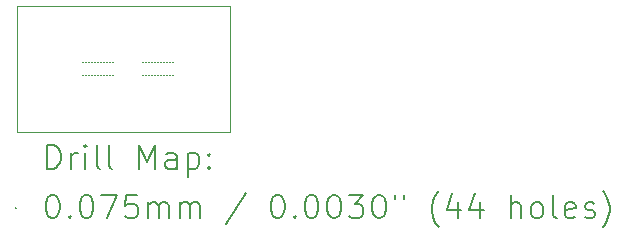
<source format=gbr>
%TF.GenerationSoftware,KiCad,Pcbnew,8.0.5*%
%TF.CreationDate,2025-06-10T09:57:11+02:00*%
%TF.ProjectId,SMA-Filter,534d412d-4669-46c7-9465-722e6b696361,rev?*%
%TF.SameCoordinates,Original*%
%TF.FileFunction,Drillmap*%
%TF.FilePolarity,Positive*%
%FSLAX45Y45*%
G04 Gerber Fmt 4.5, Leading zero omitted, Abs format (unit mm)*
G04 Created by KiCad (PCBNEW 8.0.5) date 2025-06-10 09:57:11*
%MOMM*%
%LPD*%
G01*
G04 APERTURE LIST*
%ADD10C,0.050000*%
%ADD11C,0.200000*%
%ADD12C,0.100000*%
G04 APERTURE END LIST*
D10*
X9677400Y-7493000D02*
X9677400Y-8559800D01*
X9677400Y-7493000D02*
X11480800Y-7493000D01*
X11480800Y-7493000D02*
X11480800Y-8559800D01*
X9677400Y-8559800D02*
X11480800Y-8559800D01*
D11*
D12*
X10231905Y-7967650D02*
X10239405Y-7975150D01*
X10239405Y-7967650D02*
X10231905Y-7975150D01*
X10231905Y-8077650D02*
X10239405Y-8085150D01*
X10239405Y-8077650D02*
X10231905Y-8085150D01*
X10257259Y-7967650D02*
X10264759Y-7975150D01*
X10264759Y-7967650D02*
X10257259Y-7975150D01*
X10257259Y-8077650D02*
X10264759Y-8085150D01*
X10264759Y-8077650D02*
X10257259Y-8085150D01*
X10282614Y-7967650D02*
X10290114Y-7975150D01*
X10290114Y-7967650D02*
X10282614Y-7975150D01*
X10282614Y-8077650D02*
X10290114Y-8085150D01*
X10290114Y-8077650D02*
X10282614Y-8085150D01*
X10307968Y-7967650D02*
X10315468Y-7975150D01*
X10315468Y-7967650D02*
X10307968Y-7975150D01*
X10307968Y-8077650D02*
X10315468Y-8085150D01*
X10315468Y-8077650D02*
X10307968Y-8085150D01*
X10333323Y-7967650D02*
X10340823Y-7975150D01*
X10340823Y-7967650D02*
X10333323Y-7975150D01*
X10333323Y-8077650D02*
X10340823Y-8085150D01*
X10340823Y-8077650D02*
X10333323Y-8085150D01*
X10358677Y-7967650D02*
X10366177Y-7975150D01*
X10366177Y-7967650D02*
X10358677Y-7975150D01*
X10358677Y-8077650D02*
X10366177Y-8085150D01*
X10366177Y-8077650D02*
X10358677Y-8085150D01*
X10384032Y-7967650D02*
X10391532Y-7975150D01*
X10391532Y-7967650D02*
X10384032Y-7975150D01*
X10384032Y-8077650D02*
X10391532Y-8085150D01*
X10391532Y-8077650D02*
X10384032Y-8085150D01*
X10409386Y-7967650D02*
X10416886Y-7975150D01*
X10416886Y-7967650D02*
X10409386Y-7975150D01*
X10409386Y-8077650D02*
X10416886Y-8085150D01*
X10416886Y-8077650D02*
X10409386Y-8085150D01*
X10434741Y-7967650D02*
X10442241Y-7975150D01*
X10442241Y-7967650D02*
X10434741Y-7975150D01*
X10434741Y-8077650D02*
X10442241Y-8085150D01*
X10442241Y-8077650D02*
X10434741Y-8085150D01*
X10460095Y-7967650D02*
X10467595Y-7975150D01*
X10467595Y-7967650D02*
X10460095Y-7975150D01*
X10460095Y-8077650D02*
X10467595Y-8085150D01*
X10467595Y-8077650D02*
X10460095Y-8085150D01*
X10485450Y-7967650D02*
X10492950Y-7975150D01*
X10492950Y-7967650D02*
X10485450Y-7975150D01*
X10485450Y-8077650D02*
X10492950Y-8085150D01*
X10492950Y-8077650D02*
X10485450Y-8085150D01*
X10740450Y-7967650D02*
X10747950Y-7975150D01*
X10747950Y-7967650D02*
X10740450Y-7975150D01*
X10740450Y-8077650D02*
X10747950Y-8085150D01*
X10747950Y-8077650D02*
X10740450Y-8085150D01*
X10765755Y-7967650D02*
X10773255Y-7975150D01*
X10773255Y-7967650D02*
X10765755Y-7975150D01*
X10765755Y-8077650D02*
X10773255Y-8085150D01*
X10773255Y-8077650D02*
X10765755Y-8085150D01*
X10791060Y-7967650D02*
X10798560Y-7975150D01*
X10798560Y-7967650D02*
X10791060Y-7975150D01*
X10791060Y-8077650D02*
X10798560Y-8085150D01*
X10798560Y-8077650D02*
X10791060Y-8085150D01*
X10816365Y-7967650D02*
X10823865Y-7975150D01*
X10823865Y-7967650D02*
X10816365Y-7975150D01*
X10816365Y-8077650D02*
X10823865Y-8085150D01*
X10823865Y-8077650D02*
X10816365Y-8085150D01*
X10841670Y-7967650D02*
X10849170Y-7975150D01*
X10849170Y-7967650D02*
X10841670Y-7975150D01*
X10841670Y-8077650D02*
X10849170Y-8085150D01*
X10849170Y-8077650D02*
X10841670Y-8085150D01*
X10866975Y-7967650D02*
X10874475Y-7975150D01*
X10874475Y-7967650D02*
X10866975Y-7975150D01*
X10866975Y-8077650D02*
X10874475Y-8085150D01*
X10874475Y-8077650D02*
X10866975Y-8085150D01*
X10892280Y-7967650D02*
X10899780Y-7975150D01*
X10899780Y-7967650D02*
X10892280Y-7975150D01*
X10892280Y-8077650D02*
X10899780Y-8085150D01*
X10899780Y-8077650D02*
X10892280Y-8085150D01*
X10917585Y-7967650D02*
X10925085Y-7975150D01*
X10925085Y-7967650D02*
X10917585Y-7975150D01*
X10917585Y-8077650D02*
X10925085Y-8085150D01*
X10925085Y-8077650D02*
X10917585Y-8085150D01*
X10942890Y-7967650D02*
X10950390Y-7975150D01*
X10950390Y-7967650D02*
X10942890Y-7975150D01*
X10942890Y-8077650D02*
X10950390Y-8085150D01*
X10950390Y-8077650D02*
X10942890Y-8085150D01*
X10968195Y-7967650D02*
X10975695Y-7975150D01*
X10975695Y-7967650D02*
X10968195Y-7975150D01*
X10968195Y-8077650D02*
X10975695Y-8085150D01*
X10975695Y-8077650D02*
X10968195Y-8085150D01*
X10993500Y-7967650D02*
X11001000Y-7975150D01*
X11001000Y-7967650D02*
X10993500Y-7975150D01*
X10993500Y-8077650D02*
X11001000Y-8085150D01*
X11001000Y-8077650D02*
X10993500Y-8085150D01*
D11*
X9935677Y-8873784D02*
X9935677Y-8673784D01*
X9935677Y-8673784D02*
X9983296Y-8673784D01*
X9983296Y-8673784D02*
X10011867Y-8683308D01*
X10011867Y-8683308D02*
X10030915Y-8702355D01*
X10030915Y-8702355D02*
X10040439Y-8721403D01*
X10040439Y-8721403D02*
X10049963Y-8759498D01*
X10049963Y-8759498D02*
X10049963Y-8788070D01*
X10049963Y-8788070D02*
X10040439Y-8826165D01*
X10040439Y-8826165D02*
X10030915Y-8845212D01*
X10030915Y-8845212D02*
X10011867Y-8864260D01*
X10011867Y-8864260D02*
X9983296Y-8873784D01*
X9983296Y-8873784D02*
X9935677Y-8873784D01*
X10135677Y-8873784D02*
X10135677Y-8740450D01*
X10135677Y-8778546D02*
X10145201Y-8759498D01*
X10145201Y-8759498D02*
X10154724Y-8749974D01*
X10154724Y-8749974D02*
X10173772Y-8740450D01*
X10173772Y-8740450D02*
X10192820Y-8740450D01*
X10259486Y-8873784D02*
X10259486Y-8740450D01*
X10259486Y-8673784D02*
X10249963Y-8683308D01*
X10249963Y-8683308D02*
X10259486Y-8692831D01*
X10259486Y-8692831D02*
X10269010Y-8683308D01*
X10269010Y-8683308D02*
X10259486Y-8673784D01*
X10259486Y-8673784D02*
X10259486Y-8692831D01*
X10383296Y-8873784D02*
X10364248Y-8864260D01*
X10364248Y-8864260D02*
X10354724Y-8845212D01*
X10354724Y-8845212D02*
X10354724Y-8673784D01*
X10488058Y-8873784D02*
X10469010Y-8864260D01*
X10469010Y-8864260D02*
X10459486Y-8845212D01*
X10459486Y-8845212D02*
X10459486Y-8673784D01*
X10716629Y-8873784D02*
X10716629Y-8673784D01*
X10716629Y-8673784D02*
X10783296Y-8816641D01*
X10783296Y-8816641D02*
X10849963Y-8673784D01*
X10849963Y-8673784D02*
X10849963Y-8873784D01*
X11030915Y-8873784D02*
X11030915Y-8769022D01*
X11030915Y-8769022D02*
X11021391Y-8749974D01*
X11021391Y-8749974D02*
X11002344Y-8740450D01*
X11002344Y-8740450D02*
X10964248Y-8740450D01*
X10964248Y-8740450D02*
X10945201Y-8749974D01*
X11030915Y-8864260D02*
X11011867Y-8873784D01*
X11011867Y-8873784D02*
X10964248Y-8873784D01*
X10964248Y-8873784D02*
X10945201Y-8864260D01*
X10945201Y-8864260D02*
X10935677Y-8845212D01*
X10935677Y-8845212D02*
X10935677Y-8826165D01*
X10935677Y-8826165D02*
X10945201Y-8807117D01*
X10945201Y-8807117D02*
X10964248Y-8797593D01*
X10964248Y-8797593D02*
X11011867Y-8797593D01*
X11011867Y-8797593D02*
X11030915Y-8788070D01*
X11126153Y-8740450D02*
X11126153Y-8940450D01*
X11126153Y-8749974D02*
X11145201Y-8740450D01*
X11145201Y-8740450D02*
X11183296Y-8740450D01*
X11183296Y-8740450D02*
X11202343Y-8749974D01*
X11202343Y-8749974D02*
X11211867Y-8759498D01*
X11211867Y-8759498D02*
X11221391Y-8778546D01*
X11221391Y-8778546D02*
X11221391Y-8835689D01*
X11221391Y-8835689D02*
X11211867Y-8854736D01*
X11211867Y-8854736D02*
X11202343Y-8864260D01*
X11202343Y-8864260D02*
X11183296Y-8873784D01*
X11183296Y-8873784D02*
X11145201Y-8873784D01*
X11145201Y-8873784D02*
X11126153Y-8864260D01*
X11307105Y-8854736D02*
X11316629Y-8864260D01*
X11316629Y-8864260D02*
X11307105Y-8873784D01*
X11307105Y-8873784D02*
X11297582Y-8864260D01*
X11297582Y-8864260D02*
X11307105Y-8854736D01*
X11307105Y-8854736D02*
X11307105Y-8873784D01*
X11307105Y-8749974D02*
X11316629Y-8759498D01*
X11316629Y-8759498D02*
X11307105Y-8769022D01*
X11307105Y-8769022D02*
X11297582Y-8759498D01*
X11297582Y-8759498D02*
X11307105Y-8749974D01*
X11307105Y-8749974D02*
X11307105Y-8769022D01*
D12*
X9667400Y-9198550D02*
X9674900Y-9206050D01*
X9674900Y-9198550D02*
X9667400Y-9206050D01*
D11*
X9973772Y-9093784D02*
X9992820Y-9093784D01*
X9992820Y-9093784D02*
X10011867Y-9103308D01*
X10011867Y-9103308D02*
X10021391Y-9112831D01*
X10021391Y-9112831D02*
X10030915Y-9131879D01*
X10030915Y-9131879D02*
X10040439Y-9169974D01*
X10040439Y-9169974D02*
X10040439Y-9217593D01*
X10040439Y-9217593D02*
X10030915Y-9255689D01*
X10030915Y-9255689D02*
X10021391Y-9274736D01*
X10021391Y-9274736D02*
X10011867Y-9284260D01*
X10011867Y-9284260D02*
X9992820Y-9293784D01*
X9992820Y-9293784D02*
X9973772Y-9293784D01*
X9973772Y-9293784D02*
X9954724Y-9284260D01*
X9954724Y-9284260D02*
X9945201Y-9274736D01*
X9945201Y-9274736D02*
X9935677Y-9255689D01*
X9935677Y-9255689D02*
X9926153Y-9217593D01*
X9926153Y-9217593D02*
X9926153Y-9169974D01*
X9926153Y-9169974D02*
X9935677Y-9131879D01*
X9935677Y-9131879D02*
X9945201Y-9112831D01*
X9945201Y-9112831D02*
X9954724Y-9103308D01*
X9954724Y-9103308D02*
X9973772Y-9093784D01*
X10126153Y-9274736D02*
X10135677Y-9284260D01*
X10135677Y-9284260D02*
X10126153Y-9293784D01*
X10126153Y-9293784D02*
X10116629Y-9284260D01*
X10116629Y-9284260D02*
X10126153Y-9274736D01*
X10126153Y-9274736D02*
X10126153Y-9293784D01*
X10259486Y-9093784D02*
X10278534Y-9093784D01*
X10278534Y-9093784D02*
X10297582Y-9103308D01*
X10297582Y-9103308D02*
X10307105Y-9112831D01*
X10307105Y-9112831D02*
X10316629Y-9131879D01*
X10316629Y-9131879D02*
X10326153Y-9169974D01*
X10326153Y-9169974D02*
X10326153Y-9217593D01*
X10326153Y-9217593D02*
X10316629Y-9255689D01*
X10316629Y-9255689D02*
X10307105Y-9274736D01*
X10307105Y-9274736D02*
X10297582Y-9284260D01*
X10297582Y-9284260D02*
X10278534Y-9293784D01*
X10278534Y-9293784D02*
X10259486Y-9293784D01*
X10259486Y-9293784D02*
X10240439Y-9284260D01*
X10240439Y-9284260D02*
X10230915Y-9274736D01*
X10230915Y-9274736D02*
X10221391Y-9255689D01*
X10221391Y-9255689D02*
X10211867Y-9217593D01*
X10211867Y-9217593D02*
X10211867Y-9169974D01*
X10211867Y-9169974D02*
X10221391Y-9131879D01*
X10221391Y-9131879D02*
X10230915Y-9112831D01*
X10230915Y-9112831D02*
X10240439Y-9103308D01*
X10240439Y-9103308D02*
X10259486Y-9093784D01*
X10392820Y-9093784D02*
X10526153Y-9093784D01*
X10526153Y-9093784D02*
X10440439Y-9293784D01*
X10697582Y-9093784D02*
X10602344Y-9093784D01*
X10602344Y-9093784D02*
X10592820Y-9189022D01*
X10592820Y-9189022D02*
X10602344Y-9179498D01*
X10602344Y-9179498D02*
X10621391Y-9169974D01*
X10621391Y-9169974D02*
X10669010Y-9169974D01*
X10669010Y-9169974D02*
X10688058Y-9179498D01*
X10688058Y-9179498D02*
X10697582Y-9189022D01*
X10697582Y-9189022D02*
X10707105Y-9208070D01*
X10707105Y-9208070D02*
X10707105Y-9255689D01*
X10707105Y-9255689D02*
X10697582Y-9274736D01*
X10697582Y-9274736D02*
X10688058Y-9284260D01*
X10688058Y-9284260D02*
X10669010Y-9293784D01*
X10669010Y-9293784D02*
X10621391Y-9293784D01*
X10621391Y-9293784D02*
X10602344Y-9284260D01*
X10602344Y-9284260D02*
X10592820Y-9274736D01*
X10792820Y-9293784D02*
X10792820Y-9160450D01*
X10792820Y-9179498D02*
X10802344Y-9169974D01*
X10802344Y-9169974D02*
X10821391Y-9160450D01*
X10821391Y-9160450D02*
X10849963Y-9160450D01*
X10849963Y-9160450D02*
X10869010Y-9169974D01*
X10869010Y-9169974D02*
X10878534Y-9189022D01*
X10878534Y-9189022D02*
X10878534Y-9293784D01*
X10878534Y-9189022D02*
X10888058Y-9169974D01*
X10888058Y-9169974D02*
X10907105Y-9160450D01*
X10907105Y-9160450D02*
X10935677Y-9160450D01*
X10935677Y-9160450D02*
X10954725Y-9169974D01*
X10954725Y-9169974D02*
X10964248Y-9189022D01*
X10964248Y-9189022D02*
X10964248Y-9293784D01*
X11059486Y-9293784D02*
X11059486Y-9160450D01*
X11059486Y-9179498D02*
X11069010Y-9169974D01*
X11069010Y-9169974D02*
X11088058Y-9160450D01*
X11088058Y-9160450D02*
X11116629Y-9160450D01*
X11116629Y-9160450D02*
X11135677Y-9169974D01*
X11135677Y-9169974D02*
X11145201Y-9189022D01*
X11145201Y-9189022D02*
X11145201Y-9293784D01*
X11145201Y-9189022D02*
X11154725Y-9169974D01*
X11154725Y-9169974D02*
X11173772Y-9160450D01*
X11173772Y-9160450D02*
X11202343Y-9160450D01*
X11202343Y-9160450D02*
X11221391Y-9169974D01*
X11221391Y-9169974D02*
X11230915Y-9189022D01*
X11230915Y-9189022D02*
X11230915Y-9293784D01*
X11621391Y-9084260D02*
X11449963Y-9341403D01*
X11878534Y-9093784D02*
X11897582Y-9093784D01*
X11897582Y-9093784D02*
X11916629Y-9103308D01*
X11916629Y-9103308D02*
X11926153Y-9112831D01*
X11926153Y-9112831D02*
X11935677Y-9131879D01*
X11935677Y-9131879D02*
X11945201Y-9169974D01*
X11945201Y-9169974D02*
X11945201Y-9217593D01*
X11945201Y-9217593D02*
X11935677Y-9255689D01*
X11935677Y-9255689D02*
X11926153Y-9274736D01*
X11926153Y-9274736D02*
X11916629Y-9284260D01*
X11916629Y-9284260D02*
X11897582Y-9293784D01*
X11897582Y-9293784D02*
X11878534Y-9293784D01*
X11878534Y-9293784D02*
X11859486Y-9284260D01*
X11859486Y-9284260D02*
X11849963Y-9274736D01*
X11849963Y-9274736D02*
X11840439Y-9255689D01*
X11840439Y-9255689D02*
X11830915Y-9217593D01*
X11830915Y-9217593D02*
X11830915Y-9169974D01*
X11830915Y-9169974D02*
X11840439Y-9131879D01*
X11840439Y-9131879D02*
X11849963Y-9112831D01*
X11849963Y-9112831D02*
X11859486Y-9103308D01*
X11859486Y-9103308D02*
X11878534Y-9093784D01*
X12030915Y-9274736D02*
X12040439Y-9284260D01*
X12040439Y-9284260D02*
X12030915Y-9293784D01*
X12030915Y-9293784D02*
X12021391Y-9284260D01*
X12021391Y-9284260D02*
X12030915Y-9274736D01*
X12030915Y-9274736D02*
X12030915Y-9293784D01*
X12164248Y-9093784D02*
X12183296Y-9093784D01*
X12183296Y-9093784D02*
X12202344Y-9103308D01*
X12202344Y-9103308D02*
X12211867Y-9112831D01*
X12211867Y-9112831D02*
X12221391Y-9131879D01*
X12221391Y-9131879D02*
X12230915Y-9169974D01*
X12230915Y-9169974D02*
X12230915Y-9217593D01*
X12230915Y-9217593D02*
X12221391Y-9255689D01*
X12221391Y-9255689D02*
X12211867Y-9274736D01*
X12211867Y-9274736D02*
X12202344Y-9284260D01*
X12202344Y-9284260D02*
X12183296Y-9293784D01*
X12183296Y-9293784D02*
X12164248Y-9293784D01*
X12164248Y-9293784D02*
X12145201Y-9284260D01*
X12145201Y-9284260D02*
X12135677Y-9274736D01*
X12135677Y-9274736D02*
X12126153Y-9255689D01*
X12126153Y-9255689D02*
X12116629Y-9217593D01*
X12116629Y-9217593D02*
X12116629Y-9169974D01*
X12116629Y-9169974D02*
X12126153Y-9131879D01*
X12126153Y-9131879D02*
X12135677Y-9112831D01*
X12135677Y-9112831D02*
X12145201Y-9103308D01*
X12145201Y-9103308D02*
X12164248Y-9093784D01*
X12354725Y-9093784D02*
X12373772Y-9093784D01*
X12373772Y-9093784D02*
X12392820Y-9103308D01*
X12392820Y-9103308D02*
X12402344Y-9112831D01*
X12402344Y-9112831D02*
X12411867Y-9131879D01*
X12411867Y-9131879D02*
X12421391Y-9169974D01*
X12421391Y-9169974D02*
X12421391Y-9217593D01*
X12421391Y-9217593D02*
X12411867Y-9255689D01*
X12411867Y-9255689D02*
X12402344Y-9274736D01*
X12402344Y-9274736D02*
X12392820Y-9284260D01*
X12392820Y-9284260D02*
X12373772Y-9293784D01*
X12373772Y-9293784D02*
X12354725Y-9293784D01*
X12354725Y-9293784D02*
X12335677Y-9284260D01*
X12335677Y-9284260D02*
X12326153Y-9274736D01*
X12326153Y-9274736D02*
X12316629Y-9255689D01*
X12316629Y-9255689D02*
X12307106Y-9217593D01*
X12307106Y-9217593D02*
X12307106Y-9169974D01*
X12307106Y-9169974D02*
X12316629Y-9131879D01*
X12316629Y-9131879D02*
X12326153Y-9112831D01*
X12326153Y-9112831D02*
X12335677Y-9103308D01*
X12335677Y-9103308D02*
X12354725Y-9093784D01*
X12488058Y-9093784D02*
X12611867Y-9093784D01*
X12611867Y-9093784D02*
X12545201Y-9169974D01*
X12545201Y-9169974D02*
X12573772Y-9169974D01*
X12573772Y-9169974D02*
X12592820Y-9179498D01*
X12592820Y-9179498D02*
X12602344Y-9189022D01*
X12602344Y-9189022D02*
X12611867Y-9208070D01*
X12611867Y-9208070D02*
X12611867Y-9255689D01*
X12611867Y-9255689D02*
X12602344Y-9274736D01*
X12602344Y-9274736D02*
X12592820Y-9284260D01*
X12592820Y-9284260D02*
X12573772Y-9293784D01*
X12573772Y-9293784D02*
X12516629Y-9293784D01*
X12516629Y-9293784D02*
X12497582Y-9284260D01*
X12497582Y-9284260D02*
X12488058Y-9274736D01*
X12735677Y-9093784D02*
X12754725Y-9093784D01*
X12754725Y-9093784D02*
X12773772Y-9103308D01*
X12773772Y-9103308D02*
X12783296Y-9112831D01*
X12783296Y-9112831D02*
X12792820Y-9131879D01*
X12792820Y-9131879D02*
X12802344Y-9169974D01*
X12802344Y-9169974D02*
X12802344Y-9217593D01*
X12802344Y-9217593D02*
X12792820Y-9255689D01*
X12792820Y-9255689D02*
X12783296Y-9274736D01*
X12783296Y-9274736D02*
X12773772Y-9284260D01*
X12773772Y-9284260D02*
X12754725Y-9293784D01*
X12754725Y-9293784D02*
X12735677Y-9293784D01*
X12735677Y-9293784D02*
X12716629Y-9284260D01*
X12716629Y-9284260D02*
X12707106Y-9274736D01*
X12707106Y-9274736D02*
X12697582Y-9255689D01*
X12697582Y-9255689D02*
X12688058Y-9217593D01*
X12688058Y-9217593D02*
X12688058Y-9169974D01*
X12688058Y-9169974D02*
X12697582Y-9131879D01*
X12697582Y-9131879D02*
X12707106Y-9112831D01*
X12707106Y-9112831D02*
X12716629Y-9103308D01*
X12716629Y-9103308D02*
X12735677Y-9093784D01*
X12878534Y-9093784D02*
X12878534Y-9131879D01*
X12954725Y-9093784D02*
X12954725Y-9131879D01*
X13249963Y-9369974D02*
X13240439Y-9360450D01*
X13240439Y-9360450D02*
X13221391Y-9331879D01*
X13221391Y-9331879D02*
X13211868Y-9312831D01*
X13211868Y-9312831D02*
X13202344Y-9284260D01*
X13202344Y-9284260D02*
X13192820Y-9236641D01*
X13192820Y-9236641D02*
X13192820Y-9198546D01*
X13192820Y-9198546D02*
X13202344Y-9150927D01*
X13202344Y-9150927D02*
X13211868Y-9122355D01*
X13211868Y-9122355D02*
X13221391Y-9103308D01*
X13221391Y-9103308D02*
X13240439Y-9074736D01*
X13240439Y-9074736D02*
X13249963Y-9065212D01*
X13411868Y-9160450D02*
X13411868Y-9293784D01*
X13364248Y-9084260D02*
X13316629Y-9227117D01*
X13316629Y-9227117D02*
X13440439Y-9227117D01*
X13602344Y-9160450D02*
X13602344Y-9293784D01*
X13554725Y-9084260D02*
X13507106Y-9227117D01*
X13507106Y-9227117D02*
X13630915Y-9227117D01*
X13859487Y-9293784D02*
X13859487Y-9093784D01*
X13945201Y-9293784D02*
X13945201Y-9189022D01*
X13945201Y-9189022D02*
X13935677Y-9169974D01*
X13935677Y-9169974D02*
X13916630Y-9160450D01*
X13916630Y-9160450D02*
X13888058Y-9160450D01*
X13888058Y-9160450D02*
X13869010Y-9169974D01*
X13869010Y-9169974D02*
X13859487Y-9179498D01*
X14069010Y-9293784D02*
X14049963Y-9284260D01*
X14049963Y-9284260D02*
X14040439Y-9274736D01*
X14040439Y-9274736D02*
X14030915Y-9255689D01*
X14030915Y-9255689D02*
X14030915Y-9198546D01*
X14030915Y-9198546D02*
X14040439Y-9179498D01*
X14040439Y-9179498D02*
X14049963Y-9169974D01*
X14049963Y-9169974D02*
X14069010Y-9160450D01*
X14069010Y-9160450D02*
X14097582Y-9160450D01*
X14097582Y-9160450D02*
X14116630Y-9169974D01*
X14116630Y-9169974D02*
X14126153Y-9179498D01*
X14126153Y-9179498D02*
X14135677Y-9198546D01*
X14135677Y-9198546D02*
X14135677Y-9255689D01*
X14135677Y-9255689D02*
X14126153Y-9274736D01*
X14126153Y-9274736D02*
X14116630Y-9284260D01*
X14116630Y-9284260D02*
X14097582Y-9293784D01*
X14097582Y-9293784D02*
X14069010Y-9293784D01*
X14249963Y-9293784D02*
X14230915Y-9284260D01*
X14230915Y-9284260D02*
X14221391Y-9265212D01*
X14221391Y-9265212D02*
X14221391Y-9093784D01*
X14402344Y-9284260D02*
X14383296Y-9293784D01*
X14383296Y-9293784D02*
X14345201Y-9293784D01*
X14345201Y-9293784D02*
X14326153Y-9284260D01*
X14326153Y-9284260D02*
X14316630Y-9265212D01*
X14316630Y-9265212D02*
X14316630Y-9189022D01*
X14316630Y-9189022D02*
X14326153Y-9169974D01*
X14326153Y-9169974D02*
X14345201Y-9160450D01*
X14345201Y-9160450D02*
X14383296Y-9160450D01*
X14383296Y-9160450D02*
X14402344Y-9169974D01*
X14402344Y-9169974D02*
X14411868Y-9189022D01*
X14411868Y-9189022D02*
X14411868Y-9208070D01*
X14411868Y-9208070D02*
X14316630Y-9227117D01*
X14488058Y-9284260D02*
X14507106Y-9293784D01*
X14507106Y-9293784D02*
X14545201Y-9293784D01*
X14545201Y-9293784D02*
X14564249Y-9284260D01*
X14564249Y-9284260D02*
X14573772Y-9265212D01*
X14573772Y-9265212D02*
X14573772Y-9255689D01*
X14573772Y-9255689D02*
X14564249Y-9236641D01*
X14564249Y-9236641D02*
X14545201Y-9227117D01*
X14545201Y-9227117D02*
X14516630Y-9227117D01*
X14516630Y-9227117D02*
X14497582Y-9217593D01*
X14497582Y-9217593D02*
X14488058Y-9198546D01*
X14488058Y-9198546D02*
X14488058Y-9189022D01*
X14488058Y-9189022D02*
X14497582Y-9169974D01*
X14497582Y-9169974D02*
X14516630Y-9160450D01*
X14516630Y-9160450D02*
X14545201Y-9160450D01*
X14545201Y-9160450D02*
X14564249Y-9169974D01*
X14640439Y-9369974D02*
X14649963Y-9360450D01*
X14649963Y-9360450D02*
X14669011Y-9331879D01*
X14669011Y-9331879D02*
X14678534Y-9312831D01*
X14678534Y-9312831D02*
X14688058Y-9284260D01*
X14688058Y-9284260D02*
X14697582Y-9236641D01*
X14697582Y-9236641D02*
X14697582Y-9198546D01*
X14697582Y-9198546D02*
X14688058Y-9150927D01*
X14688058Y-9150927D02*
X14678534Y-9122355D01*
X14678534Y-9122355D02*
X14669011Y-9103308D01*
X14669011Y-9103308D02*
X14649963Y-9074736D01*
X14649963Y-9074736D02*
X14640439Y-9065212D01*
M02*

</source>
